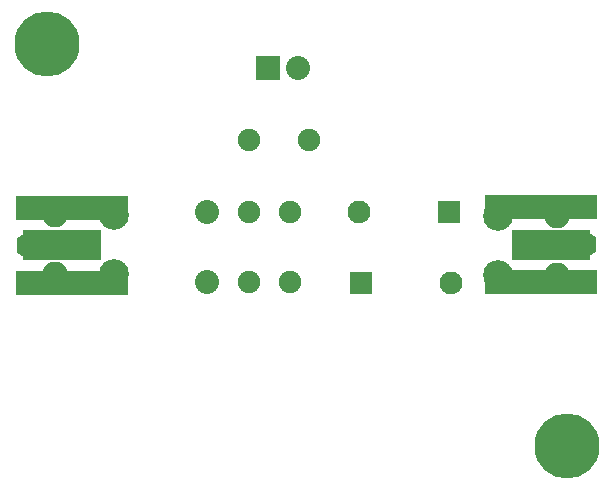
<source format=gts>
G04 #@! TF.FileFunction,Soldermask,Top*
%FSLAX45Y45*%
G04 Gerber Fmt 4.5, Leading zero omitted, Abs format (unit mm)*
G04 Created by KiCad (PCBNEW (2015-01-25 BZR 5388)-product) date Mo 03 Aug 2015 14:15:33 CEST*
%MOMM*%
G01*
G04 APERTURE LIST*
%ADD10C,0.150000*%
%ADD11C,5.509260*%
%ADD12R,2.032000X2.032000*%
%ADD13C,2.032000*%
%ADD14R,1.930400X1.930400*%
%ADD15C,1.930400*%
%ADD16C,1.905000*%
%ADD17R,9.507220X2.032000*%
%ADD18R,6.604000X2.506980*%
%ADD19C,2.506980*%
%ADD20C,2.108200*%
G04 APERTURE END LIST*
D10*
D11*
X17100042Y-9900158D03*
X12700000Y-6499860D03*
D12*
X14568932Y-6703060D03*
D13*
X14822932Y-6703060D03*
D14*
X15356078Y-8520938D03*
D15*
X16118078Y-8520938D03*
D14*
X16102076Y-7919974D03*
D15*
X15340076Y-7919974D03*
D16*
X14409928Y-7311898D03*
X14917928Y-7311898D03*
D13*
X14056868Y-7916926D03*
X14056868Y-8516874D03*
D16*
X14406880Y-7916926D03*
X14406880Y-8516874D03*
X14756892Y-7916926D03*
X14756892Y-8516874D03*
D17*
X12910074Y-8519484D03*
D10*
G36*
X12546219Y-8077651D02*
X12546219Y-8328349D01*
X12445381Y-8268405D01*
X12445381Y-8137595D01*
X12546219Y-8077651D01*
X12546219Y-8077651D01*
G37*
D17*
X12910074Y-7887024D03*
D18*
X12826000Y-8203000D03*
D19*
X13020056Y-8197920D03*
D20*
X12770120Y-7947984D03*
X12770120Y-8448110D03*
D19*
X13269992Y-8448110D03*
X13269992Y-7947984D03*
D17*
X16879926Y-7880516D03*
D10*
G36*
X17243781Y-8322349D02*
X17243781Y-8071651D01*
X17344619Y-8131595D01*
X17344619Y-8262405D01*
X17243781Y-8322349D01*
X17243781Y-8322349D01*
G37*
D17*
X16879926Y-8512976D03*
D18*
X16964000Y-8197000D03*
D19*
X16769944Y-8202080D03*
D20*
X17019880Y-8452016D03*
X17019880Y-7951890D03*
D19*
X16520008Y-7951890D03*
X16520008Y-8452016D03*
M02*

</source>
